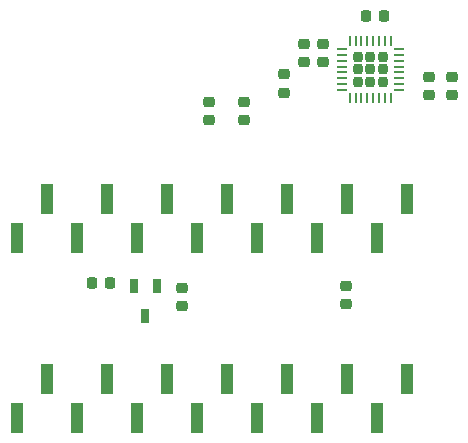
<source format=gbr>
G04 #@! TF.GenerationSoftware,KiCad,Pcbnew,(5.99.0-12750-ge81b516a82)*
G04 #@! TF.CreationDate,2021-10-13T14:39:12-04:00*
G04 #@! TF.ProjectId,Audio_teensy,41756469-6f5f-4746-9565-6e73792e6b69,1.3*
G04 #@! TF.SameCoordinates,Original*
G04 #@! TF.FileFunction,Paste,Top*
G04 #@! TF.FilePolarity,Positive*
%FSLAX46Y46*%
G04 Gerber Fmt 4.6, Leading zero omitted, Abs format (unit mm)*
G04 Created by KiCad (PCBNEW (5.99.0-12750-ge81b516a82)) date 2021-10-13 14:39:12*
%MOMM*%
%LPD*%
G01*
G04 APERTURE LIST*
G04 Aperture macros list*
%AMRoundRect*
0 Rectangle with rounded corners*
0 $1 Rounding radius*
0 $2 $3 $4 $5 $6 $7 $8 $9 X,Y pos of 4 corners*
0 Add a 4 corners polygon primitive as box body*
4,1,4,$2,$3,$4,$5,$6,$7,$8,$9,$2,$3,0*
0 Add four circle primitives for the rounded corners*
1,1,$1+$1,$2,$3*
1,1,$1+$1,$4,$5*
1,1,$1+$1,$6,$7*
1,1,$1+$1,$8,$9*
0 Add four rect primitives between the rounded corners*
20,1,$1+$1,$2,$3,$4,$5,0*
20,1,$1+$1,$4,$5,$6,$7,0*
20,1,$1+$1,$6,$7,$8,$9,0*
20,1,$1+$1,$8,$9,$2,$3,0*%
G04 Aperture macros list end*
%ADD10RoundRect,0.218750X-0.256250X0.218750X-0.256250X-0.218750X0.256250X-0.218750X0.256250X0.218750X0*%
%ADD11RoundRect,0.218750X0.256250X-0.218750X0.256250X0.218750X-0.256250X0.218750X-0.256250X-0.218750X0*%
%ADD12RoundRect,0.218750X-0.218750X-0.256250X0.218750X-0.256250X0.218750X0.256250X-0.218750X0.256250X0*%
%ADD13R,1.000000X2.510000*%
%ADD14R,0.650000X1.220000*%
%ADD15RoundRect,0.218750X0.218750X0.256250X-0.218750X0.256250X-0.218750X-0.256250X0.218750X-0.256250X0*%
%ADD16RoundRect,0.207500X0.207500X0.207500X-0.207500X0.207500X-0.207500X-0.207500X0.207500X-0.207500X0*%
%ADD17RoundRect,0.062500X0.375000X0.062500X-0.375000X0.062500X-0.375000X-0.062500X0.375000X-0.062500X0*%
%ADD18RoundRect,0.062500X0.062500X0.375000X-0.062500X0.375000X-0.062500X-0.375000X0.062500X-0.375000X0*%
G04 APERTURE END LIST*
D10*
X147000000Y-93312500D03*
X147000000Y-94887500D03*
X145400000Y-93312500D03*
X145400000Y-94887500D03*
D11*
X156000000Y-97687500D03*
X156000000Y-96112500D03*
X157900000Y-97675000D03*
X157900000Y-96100000D03*
D10*
X140300000Y-98212500D03*
X140300000Y-99787500D03*
X137300000Y-98212500D03*
X137300000Y-99787500D03*
X135050000Y-113962500D03*
X135050000Y-115537500D03*
D11*
X148900000Y-115387500D03*
X148900000Y-113812500D03*
D12*
X127412500Y-113600000D03*
X128987500Y-113600000D03*
D13*
X121090000Y-124975000D03*
X123630000Y-121665000D03*
X126170000Y-124975000D03*
X128710000Y-121665000D03*
X131250000Y-124975000D03*
X133790000Y-121665000D03*
X136330000Y-124975000D03*
X138870000Y-121665000D03*
X141410000Y-124975000D03*
X143950000Y-121665000D03*
X146490000Y-124975000D03*
X149030000Y-121665000D03*
X151570000Y-124975000D03*
X154110000Y-121665000D03*
X154110000Y-106425000D03*
X151570000Y-109735000D03*
X149030000Y-106425000D03*
X146490000Y-109735000D03*
X143950000Y-106425000D03*
X141410000Y-109735000D03*
X138870000Y-106425000D03*
X136330000Y-109735000D03*
X133790000Y-106425000D03*
X131250000Y-109735000D03*
X128710000Y-106425000D03*
X126170000Y-109735000D03*
X123630000Y-106425000D03*
X121090000Y-109735000D03*
D14*
X132900000Y-113790000D03*
X131000000Y-113790000D03*
X131950000Y-116410000D03*
D10*
X143700000Y-95912500D03*
X143700000Y-97487500D03*
D15*
X152187500Y-91000000D03*
X150612500Y-91000000D03*
D16*
X149970000Y-94470000D03*
X149970000Y-95500000D03*
X151000000Y-96530000D03*
X149970000Y-96530000D03*
X151000000Y-94470000D03*
X152030000Y-95500000D03*
X152030000Y-94470000D03*
X151000000Y-95500000D03*
X152030000Y-96530000D03*
D17*
X153437500Y-97250000D03*
X153437500Y-96750000D03*
X153437500Y-96250000D03*
X153437500Y-95750000D03*
X153437500Y-95250000D03*
X153437500Y-94750000D03*
X153437500Y-94250000D03*
X153437500Y-93750000D03*
D18*
X152750000Y-93062500D03*
X152250000Y-93062500D03*
X151750000Y-93062500D03*
X151250000Y-93062500D03*
X150750000Y-93062500D03*
X150250000Y-93062500D03*
X149750000Y-93062500D03*
X149250000Y-93062500D03*
D17*
X148562500Y-93750000D03*
X148562500Y-94250000D03*
X148562500Y-94750000D03*
X148562500Y-95250000D03*
X148562500Y-95750000D03*
X148562500Y-96250000D03*
X148562500Y-96750000D03*
X148562500Y-97250000D03*
D18*
X149250000Y-97937500D03*
X149750000Y-97937500D03*
X150250000Y-97937500D03*
X150750000Y-97937500D03*
X151250000Y-97937500D03*
X151750000Y-97937500D03*
X152250000Y-97937500D03*
X152750000Y-97937500D03*
M02*

</source>
